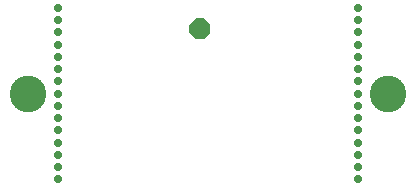
<source format=gbr>
G04 EAGLE Gerber RS-274X export*
G75*
%MOMM*%
%FSLAX34Y34*%
%LPD*%
%AMOC8*
5,1,8,0,0,1.08239X$1,22.5*%
G01*
%ADD10C,3.101600*%
%ADD11C,0.701600*%
%ADD12P,1.924489X8X112.500000*%


D10*
X25400Y72550D03*
X330200Y72550D03*
D11*
X51000Y0D03*
X304600Y0D03*
X51000Y10364D03*
X51000Y20728D03*
X51000Y31092D03*
X51000Y41456D03*
X51000Y51820D03*
X51000Y62184D03*
X51000Y72548D03*
X51000Y82912D03*
X51000Y93276D03*
X51000Y103640D03*
X51000Y114004D03*
X51000Y124368D03*
X51000Y134732D03*
X51000Y145096D03*
X304600Y10364D03*
X304600Y20728D03*
X304600Y31092D03*
X304600Y41456D03*
X304600Y51820D03*
X304600Y62184D03*
X304600Y72548D03*
X304600Y82912D03*
X304600Y93276D03*
X304600Y103640D03*
X304600Y114004D03*
X304600Y124368D03*
X304600Y134732D03*
X304600Y145096D03*
D12*
X170942Y127000D03*
M02*

</source>
